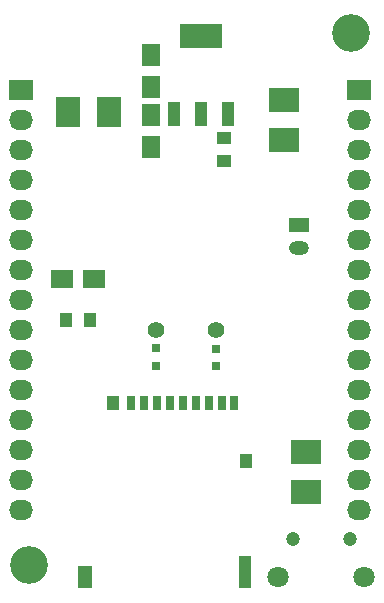
<source format=gbr>
G04 #@! TF.FileFunction,Soldermask,Bot*
%FSLAX46Y46*%
G04 Gerber Fmt 4.6, Leading zero omitted, Abs format (unit mm)*
G04 Created by KiCad (PCBNEW 4.0.4+e1-6308~48~ubuntu16.04.1-stable) date Wed Nov  2 15:53:33 2016*
%MOMM*%
%LPD*%
G01*
G04 APERTURE LIST*
%ADD10C,0.100000*%
%ADD11R,0.750000X0.800000*%
%ADD12R,1.950720X1.501140*%
%ADD13R,1.250000X1.000000*%
%ADD14R,1.000000X1.250000*%
%ADD15R,1.501140X1.950720*%
%ADD16R,0.700000X1.200000*%
%ADD17R,1.000000X2.800000*%
%ADD18R,1.300000X1.900000*%
%ADD19R,1.100000X1.200000*%
%ADD20R,1.000000X1.200000*%
%ADD21R,2.500000X2.000000*%
%ADD22R,2.000000X2.500000*%
%ADD23R,2.032000X1.727200*%
%ADD24O,2.032000X1.727200*%
%ADD25C,1.800000*%
%ADD26C,1.200000*%
%ADD27R,1.700000X1.200000*%
%ADD28O,1.700000X1.200000*%
%ADD29R,3.657600X2.032000*%
%ADD30R,1.016000X2.032000*%
%ADD31C,1.422400*%
%ADD32C,3.200000*%
G04 APERTURE END LIST*
D10*
D11*
X130820000Y-130480000D03*
X130820000Y-131980000D03*
X135900000Y-130520000D03*
X135900000Y-132020000D03*
D12*
X125574140Y-124600000D03*
X122825860Y-124600000D03*
D13*
X136525000Y-114665000D03*
X136525000Y-112665000D03*
D14*
X125200000Y-128100000D03*
X123200000Y-128100000D03*
D15*
X130400000Y-110725860D03*
X130400000Y-113474140D03*
X130400000Y-108374140D03*
X130400000Y-105625860D03*
D16*
X135310000Y-135130000D03*
D17*
X138310000Y-149430000D03*
D18*
X124810000Y-149880000D03*
D16*
X136410000Y-135130000D03*
X134210000Y-135130000D03*
X133110000Y-135130000D03*
X132010000Y-135130000D03*
X130910000Y-135130000D03*
X129810000Y-135130000D03*
X128710000Y-135130000D03*
D19*
X127160000Y-135130000D03*
D16*
X137360000Y-135130000D03*
D20*
X138410000Y-140030000D03*
D21*
X141610000Y-112830000D03*
X141610000Y-109430000D03*
X143500000Y-142660000D03*
X143500000Y-139260000D03*
D22*
X123380000Y-110490000D03*
X126780000Y-110490000D03*
D23*
X119380000Y-108585000D03*
D24*
X119380000Y-111125000D03*
X119380000Y-113665000D03*
X119380000Y-116205000D03*
X119380000Y-118745000D03*
X119380000Y-121285000D03*
X119380000Y-123825000D03*
X119380000Y-126365000D03*
X119380000Y-128905000D03*
X119380000Y-131445000D03*
X119380000Y-133985000D03*
X119380000Y-136525000D03*
X119380000Y-139065000D03*
X119380000Y-141605000D03*
X119380000Y-144145000D03*
D25*
X148405000Y-149860000D03*
D26*
X147205000Y-146610000D03*
X142355000Y-146610000D03*
D25*
X141155000Y-149860000D03*
D23*
X147955000Y-108585000D03*
D24*
X147955000Y-111125000D03*
X147955000Y-113665000D03*
X147955000Y-116205000D03*
X147955000Y-118745000D03*
X147955000Y-121285000D03*
X147955000Y-123825000D03*
X147955000Y-126365000D03*
X147955000Y-128905000D03*
X147955000Y-131445000D03*
X147955000Y-133985000D03*
X147955000Y-136525000D03*
X147955000Y-139065000D03*
X147955000Y-141605000D03*
X147955000Y-144145000D03*
D27*
X142875000Y-120015000D03*
D28*
X142875000Y-122015000D03*
D29*
X134620000Y-104013000D03*
D30*
X134620000Y-110617000D03*
X132334000Y-110617000D03*
X136906000Y-110617000D03*
D31*
X130810000Y-128905000D03*
X135890000Y-128905000D03*
D32*
X120015000Y-148844000D03*
X147320000Y-103759000D03*
M02*

</source>
